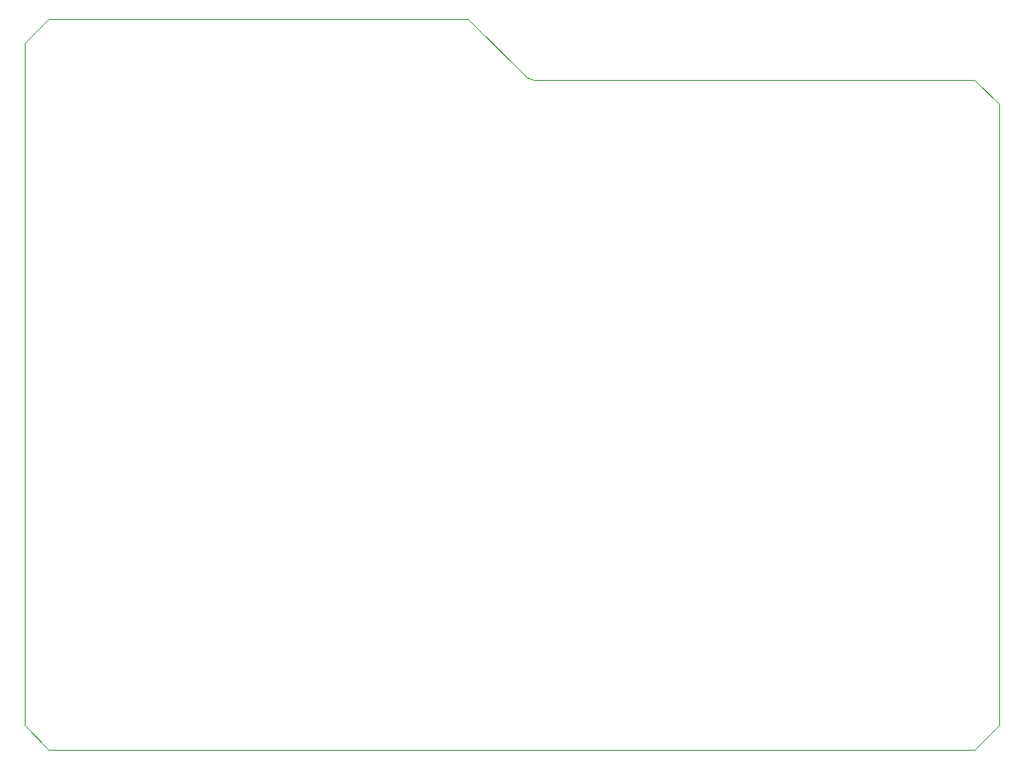
<source format=gbr>
%TF.GenerationSoftware,KiCad,Pcbnew,8.0.2*%
%TF.CreationDate,2025-04-15T08:32:20+02:00*%
%TF.ProjectId,Mainboard,4d61696e-626f-4617-9264-2e6b69636164,v1.0*%
%TF.SameCoordinates,Original*%
%TF.FileFunction,Profile,NP*%
%FSLAX46Y46*%
G04 Gerber Fmt 4.6, Leading zero omitted, Abs format (unit mm)*
G04 Created by KiCad (PCBNEW 8.0.2) date 2025-04-15 08:32:20*
%MOMM*%
%LPD*%
G01*
G04 APERTURE LIST*
%TA.AperFunction,Profile*%
%ADD10C,0.050000*%
%TD*%
G04 APERTURE END LIST*
D10*
X190146000Y-138620000D02*
X192646000Y-136120000D01*
X144810214Y-69870000D02*
G75*
G02*
X144103100Y-69577114I-14J1000000D01*
G01*
X130146000Y-63620000D02*
X138146000Y-63620000D01*
X95146000Y-138620000D02*
X92646000Y-136120000D01*
X192646000Y-73620000D02*
X192646000Y-72370000D01*
X138146000Y-63620000D02*
X144103107Y-69577107D01*
X95146000Y-63620000D02*
X130146000Y-63620000D01*
X192646000Y-73620000D02*
X192646000Y-136120000D01*
X190146000Y-138620000D02*
X95146000Y-138620000D01*
X192646000Y-72370000D02*
X190146000Y-69870000D01*
X144810214Y-69870000D02*
X190146000Y-69870000D01*
X92646000Y-66120000D02*
X92646000Y-136120000D01*
X95146000Y-63620000D02*
X92646000Y-66120000D01*
M02*

</source>
